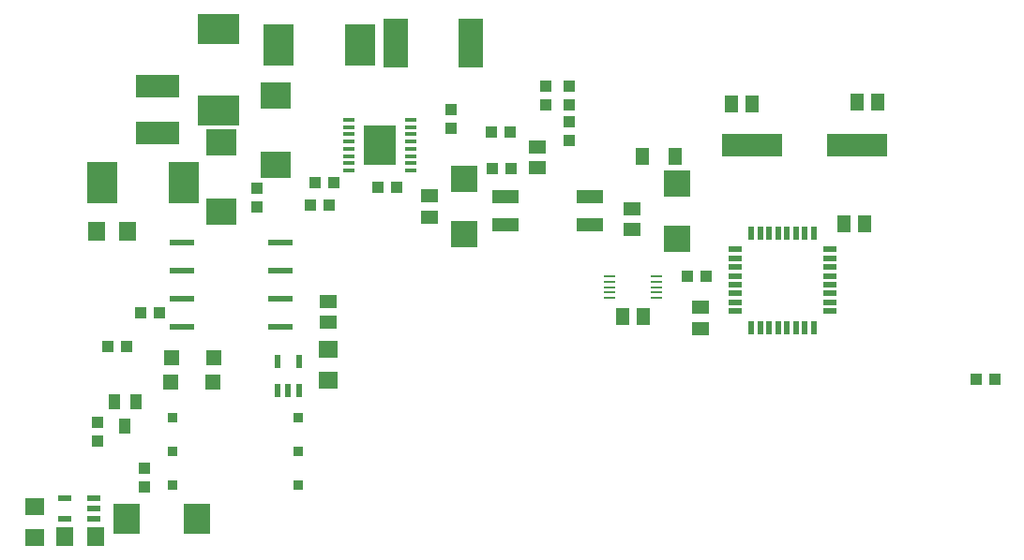
<source format=gtp>
G75*
%MOIN*%
%OFA0B0*%
%FSLAX24Y24*%
%IPPOS*%
%LPD*%
%AMOC8*
5,1,8,0,0,1.08239X$1,22.5*
%
%ADD10R,0.0500X0.0220*%
%ADD11R,0.0220X0.0500*%
%ADD12R,0.2165X0.0787*%
%ADD13R,0.0512X0.0591*%
%ADD14R,0.0591X0.0512*%
%ADD15R,0.0945X0.0945*%
%ADD16R,0.0472X0.0630*%
%ADD17R,0.0945X0.0472*%
%ADD18R,0.0394X0.0098*%
%ADD19R,0.0866X0.0236*%
%ADD20R,0.0217X0.0472*%
%ADD21R,0.0354X0.0354*%
%ADD22R,0.0551X0.0551*%
%ADD23R,0.0472X0.0217*%
%ADD24R,0.0945X0.1102*%
%ADD25R,0.0394X0.0433*%
%ADD26R,0.0709X0.0630*%
%ADD27R,0.0630X0.0709*%
%ADD28R,0.0433X0.0394*%
%ADD29R,0.0394X0.0551*%
%ADD30R,0.0413X0.0177*%
%ADD31R,0.1157X0.1409*%
%ADD32R,0.1102X0.0945*%
%ADD33R,0.1102X0.1496*%
%ADD34R,0.1496X0.1102*%
%ADD35R,0.1535X0.0787*%
%ADD36R,0.0886X0.1772*%
D10*
X032084Y009023D03*
X032084Y009337D03*
X032084Y009652D03*
X032084Y009967D03*
X032084Y010282D03*
X032084Y010597D03*
X032084Y010912D03*
X032084Y011227D03*
X035464Y011227D03*
X035464Y010912D03*
X035464Y010597D03*
X035464Y010282D03*
X035464Y009967D03*
X035464Y009652D03*
X035464Y009337D03*
X035464Y009023D03*
D11*
X034877Y008435D03*
X034562Y008435D03*
X034247Y008435D03*
X033932Y008435D03*
X033617Y008435D03*
X033302Y008435D03*
X032987Y008435D03*
X032672Y008435D03*
X032672Y011815D03*
X032987Y011815D03*
X033302Y011815D03*
X033617Y011815D03*
X033932Y011815D03*
X034247Y011815D03*
X034562Y011815D03*
X034877Y011815D03*
D12*
X036440Y014928D03*
X032700Y014928D03*
D13*
X032708Y016412D03*
X031960Y016412D03*
X036420Y016456D03*
X037168Y016456D03*
X036691Y012137D03*
X035943Y012137D03*
X028830Y008834D03*
X028082Y008834D03*
D14*
X030845Y009152D03*
X030845Y008404D03*
X028432Y011924D03*
X028432Y012672D03*
X025074Y014117D03*
X025074Y014865D03*
X021235Y013125D03*
X021235Y012377D03*
X017629Y009373D03*
X017629Y008625D03*
D15*
X022467Y011771D03*
X022467Y013739D03*
X030026Y013554D03*
X030026Y011586D03*
D16*
X029971Y014530D03*
X028790Y014530D03*
D17*
X026912Y013113D03*
X026912Y012113D03*
X023912Y012113D03*
X023912Y013113D03*
D18*
X027616Y010274D03*
X027616Y010078D03*
X027616Y009881D03*
X027616Y009684D03*
X027616Y009487D03*
X029280Y009487D03*
X029280Y009684D03*
X029280Y009881D03*
X029280Y010078D03*
X029280Y010274D03*
D19*
X015933Y010457D03*
X015933Y009457D03*
X015933Y008457D03*
X012433Y008457D03*
X012433Y009457D03*
X012433Y010457D03*
X012433Y011457D03*
X015933Y011457D03*
D20*
X015834Y007223D03*
X016582Y007223D03*
X016582Y006200D03*
X016208Y006200D03*
X015834Y006200D03*
D21*
X016546Y005219D03*
X016542Y004026D03*
X016542Y002834D03*
X012093Y002841D03*
X012093Y004026D03*
X012097Y005219D03*
D22*
X012030Y006499D03*
X013526Y006499D03*
X013550Y007377D03*
X012054Y007377D03*
D23*
X009298Y002373D03*
X009298Y001999D03*
X009298Y001625D03*
X008274Y001625D03*
X008274Y002373D03*
D24*
X010471Y001625D03*
X012952Y001625D03*
D25*
X011093Y002774D03*
X011093Y003444D03*
X010452Y007761D03*
X009783Y007761D03*
X015082Y012743D03*
X015082Y013412D03*
X021979Y015538D03*
X021979Y016208D03*
X023436Y015400D03*
X024105Y015400D03*
X025357Y016353D03*
X026188Y016353D03*
X026188Y017023D03*
X025357Y017023D03*
X024129Y014086D03*
X023460Y014086D03*
X030400Y010267D03*
X031070Y010267D03*
X040645Y006586D03*
X041314Y006586D03*
D26*
X007180Y000956D03*
X007180Y002058D03*
X017625Y006570D03*
X017625Y007672D03*
D27*
X010487Y011870D03*
X009385Y011870D03*
X009365Y000995D03*
X008263Y000995D03*
D28*
X009418Y004396D03*
X009418Y005065D03*
X010960Y008963D03*
X011629Y008963D03*
X016975Y012794D03*
X017645Y012794D03*
X017834Y013601D03*
X017164Y013601D03*
X019377Y013448D03*
X020046Y013448D03*
X026184Y015105D03*
X026184Y015774D03*
D29*
X010776Y005793D03*
X010028Y005793D03*
X010402Y004927D03*
D30*
X018366Y014036D03*
X018366Y014292D03*
X018366Y014548D03*
X018366Y014804D03*
X018366Y015060D03*
X018366Y015316D03*
X018366Y015572D03*
X018366Y015828D03*
X020545Y015828D03*
X020545Y015572D03*
X020545Y015316D03*
X020545Y015060D03*
X020545Y014804D03*
X020545Y014548D03*
X020545Y014292D03*
X020545Y014036D03*
D31*
X019456Y014932D03*
D32*
X015771Y014219D03*
X013841Y015030D03*
X015771Y016700D03*
X013841Y012550D03*
D33*
X012507Y013601D03*
X009593Y013601D03*
X015845Y018487D03*
X018759Y018487D03*
D34*
X013719Y019070D03*
X013719Y016156D03*
D35*
X011570Y015373D03*
X011570Y017046D03*
D36*
X020013Y018550D03*
X022677Y018550D03*
M02*

</source>
